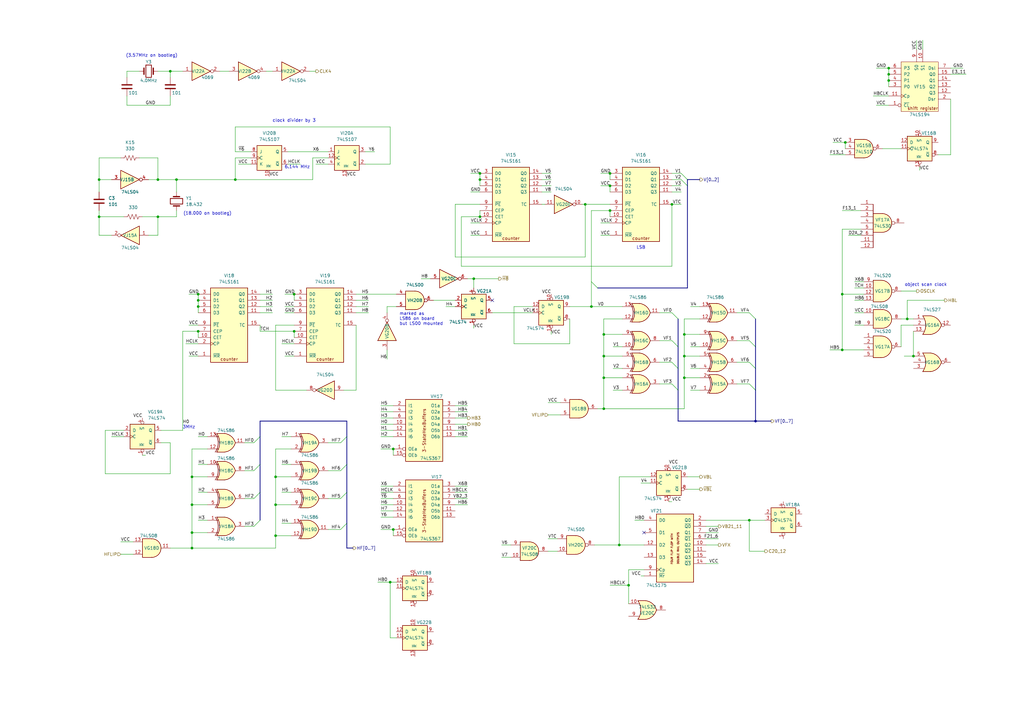
<source format=kicad_sch>
(kicad_sch (version 20231120) (generator "eeschema") (generator_version "8.0")
  (paper "A3")
  (title_block (title "Video Timing") (date "2024-10-12") (company "JOTEGO") (comment 1 "Jose Tejada"))
  (junction (at 247.65 137.16))
  (junction (at 40.64 88.9))
  (junction (at 120.65 120.65))
  (junction (at 242.57 125.73))
  (junction (at 69.85 29.21))
  (junction (at 364.49 33.02))
  (junction (at 257.81 240.03))
  (junction (at 120.65 135.89))
  (junction (at 364.49 27.94))
  (junction (at 280.67 146.05))
  (junction (at 247.65 154.94))
  (junction (at 72.39 73.66))
  (junction (at 372.11 130.81))
  (junction (at 346.71 58.42))
  (junction (at 309.88 172.72))
  (junction (at 196.85 88.9))
  (junction (at 78.74 195.58))
  (junction (at 64.77 88.9))
  (junction (at 96.52 73.66))
  (junction (at 161.29 217.17))
  (junction (at 345.44 120.65))
  (junction (at 64.77 73.66))
  (junction (at 364.49 30.48))
  (junction (at 78.74 218.44))
  (junction (at 250.19 76.2))
  (junction (at 280.67 154.94))
  (junction (at 247.65 167.64))
  (junction (at 113.03 195.58))
  (junction (at 247.65 146.05))
  (junction (at 78.74 207.01))
  (junction (at 275.59 83.82))
  (junction (at 160.02 238.76))
  (junction (at 307.34 213.36))
  (junction (at 254 223.52))
  (junction (at 78.74 224.79))
  (junction (at 345.44 143.51))
  (junction (at 113.03 219.71))
  (junction (at 194.31 114.3))
  (junction (at 196.85 73.66))
  (junction (at 81.28 125.73))
  (junction (at 81.28 123.19))
  (junction (at 374.65 146.05))
  (junction (at 280.67 137.16))
  (junction (at 250.19 71.12))
  (junction (at 161.29 184.15))
  (junction (at 196.85 71.12))
  (junction (at 40.64 73.66))
  (junction (at 81.28 120.65))
  (junction (at 113.03 207.01))
  (junction (at 250.19 86.36))
  (junction (at 81.28 135.89))
  (junction (at 240.03 83.82))
  (no_connect (at 201.93 123.19))
  (no_connect (at 264.16 218.44))
  (bus_entry (at 139.7 181.61) (size 2.54 -2.54))
  (bus_entry (at 139.7 204.47) (size 2.54 -2.54))
  (bus_entry (at 275.59 139.7) (size 2.54 2.54))
  (bus_entry (at 242.57 115.57) (size 2.54 2.54))
  (bus_entry (at 307.34 157.48) (size 2.54 2.54))
  (bus_entry (at 139.7 217.17) (size 2.54 -2.54))
  (bus_entry (at 275.59 148.59) (size 2.54 2.54))
  (bus_entry (at 307.34 139.7) (size 2.54 2.54))
  (bus_entry (at 104.14 193.04) (size 2.54 -2.54))
  (bus_entry (at 104.14 215.9) (size 2.54 -2.54))
  (bus_entry (at 275.59 157.48) (size 2.54 2.54))
  (bus_entry (at 139.7 193.04) (size 2.54 -2.54))
  (bus_entry (at 275.59 128.27) (size 2.54 2.54))
  (bus_entry (at 279.4 73.66) (size 2.54 2.54))
  (bus_entry (at 307.34 148.59) (size 2.54 2.54))
  (bus_entry (at 307.34 128.27) (size 2.54 2.54))
  (bus_entry (at 104.14 181.61) (size 2.54 -2.54))
  (bus_entry (at 104.14 204.47) (size 2.54 -2.54))
  (bus_entry (at 279.4 71.12) (size 2.54 2.54))
  (wire (pts (xy 160.02 261.62) (xy 162.56 261.62)))
  (wire (pts (xy 240.03 105.41) (xy 186.69 105.41)))
  (bus (pts (xy 278.13 130.81) (xy 278.13 142.24)))
  (wire (pts (xy 262.89 198.12) (xy 266.7 198.12)))
  (wire (pts (xy 134.62 64.77) (xy 128.27 64.77)))
  (wire (pts (xy 345.44 93.98) (xy 353.06 93.98)))
  (wire (pts (xy 257.81 233.68) (xy 257.81 240.03)))
  (wire (pts (xy 377.19 69.85) (xy 377.19 68.58)))
  (wire (pts (xy 96.52 64.77) (xy 96.52 73.66)))
  (wire (pts (xy 280.67 137.16) (xy 280.67 130.81)))
  (wire (pts (xy 40.64 86.36) (xy 40.64 88.9)))
  (wire (pts (xy 275.59 71.12) (xy 279.4 71.12)))
  (wire (pts (xy 281.94 200.66) (xy 287.02 200.66)))
  (wire (pts (xy 233.68 140.97) (xy 233.68 130.81)))
  (wire (pts (xy 43.18 194.31) (xy 69.85 194.31)))
  (wire (pts (xy 102.87 64.77) (xy 96.52 64.77)))
  (wire (pts (xy 186.69 105.41) (xy 186.69 83.82)))
  (wire (pts (xy 345.44 143.51) (xy 354.33 143.51)))
  (wire (pts (xy 156.21 184.15) (xy 161.29 184.15)))
  (wire (pts (xy 350.52 128.27) (xy 354.33 128.27)))
  (wire (pts (xy 307.34 213.36) (xy 313.69 213.36)))
  (wire (pts (xy 116.84 120.65) (xy 120.65 120.65)))
  (wire (pts (xy 378.46 16.51) (xy 378.46 20.32)))
  (wire (pts (xy 242.57 86.36) (xy 242.57 115.57)))
  (bus (pts (xy 106.68 190.5) (xy 106.68 179.07)))
  (wire (pts (xy 106.68 128.27) (xy 111.76 128.27)))
  (wire (pts (xy 345.44 86.36) (xy 353.06 86.36)))
  (wire (pts (xy 156.21 199.39) (xy 161.29 199.39)))
  (wire (pts (xy 222.25 78.74) (xy 226.06 78.74)))
  (wire (pts (xy 156.21 204.47) (xy 161.29 204.47)))
  (wire (pts (xy 134.62 217.17) (xy 139.7 217.17)))
  (wire (pts (xy 156.21 207.01) (xy 161.29 207.01)))
  (wire (pts (xy 247.65 137.16) (xy 247.65 146.05)))
  (wire (pts (xy 270.51 128.27) (xy 275.59 128.27)))
  (wire (pts (xy 186.69 83.82) (xy 196.85 83.82)))
  (wire (pts (xy 149.86 62.23) (xy 153.67 62.23)))
  (wire (pts (xy 250.19 71.12) (xy 250.19 73.66)))
  (wire (pts (xy 146.05 120.65) (xy 162.56 120.65)))
  (wire (pts (xy 177.8 123.19) (xy 186.69 123.19)))
  (wire (pts (xy 224.79 170.18) (xy 229.87 170.18)))
  (wire (pts (xy 69.85 29.21) (xy 74.93 29.21)))
  (wire (pts (xy 372.11 123.19) (xy 387.35 123.19)))
  (wire (pts (xy 205.74 228.6) (xy 209.55 228.6)))
  (wire (pts (xy 189.23 88.9) (xy 196.85 88.9)))
  (wire (pts (xy 96.52 62.23) (xy 102.87 62.23)))
  (wire (pts (xy 275.59 76.2) (xy 279.4 76.2)))
  (wire (pts (xy 350.52 133.35) (xy 354.33 133.35)))
  (wire (pts (xy 281.94 195.58) (xy 287.02 195.58)))
  (wire (pts (xy 81.28 120.65) (xy 81.28 123.19)))
  (wire (pts (xy 115.57 190.5) (xy 119.38 190.5)))
  (wire (pts (xy 275.59 73.66) (xy 279.4 73.66)))
  (wire (pts (xy 78.74 207.01) (xy 78.74 218.44)))
  (wire (pts (xy 389.89 40.64) (xy 389.89 63.5)))
  (wire (pts (xy 45.72 179.07) (xy 50.8 179.07)))
  (wire (pts (xy 134.62 193.04) (xy 139.7 193.04)))
  (bus (pts (xy 309.88 130.81) (xy 309.88 142.24)))
  (wire (pts (xy 359.41 27.94) (xy 364.49 27.94)))
  (wire (pts (xy 347.98 96.52) (xy 353.06 96.52)))
  (wire (pts (xy 58.42 88.9) (xy 64.77 88.9)))
  (wire (pts (xy 115.57 140.97) (xy 120.65 140.97)))
  (wire (pts (xy 60.96 73.66) (xy 64.77 73.66)))
  (wire (pts (xy 247.65 154.94) (xy 255.27 154.94)))
  (wire (pts (xy 118.11 67.31) (xy 123.19 67.31)))
  (wire (pts (xy 196.85 73.66) (xy 196.85 76.2)))
  (wire (pts (xy 78.74 224.79) (xy 113.03 224.79)))
  (wire (pts (xy 364.49 35.56) (xy 364.49 33.02)))
  (wire (pts (xy 302.26 148.59) (xy 307.34 148.59)))
  (wire (pts (xy 156.21 171.45) (xy 161.29 171.45)))
  (bus (pts (xy 309.88 151.13) (xy 309.88 160.02)))
  (bus (pts (xy 142.24 172.72) (xy 142.24 179.07)))
  (wire (pts (xy 81.28 123.19) (xy 81.28 125.73)))
  (wire (pts (xy 113.03 219.71) (xy 119.38 219.71)))
  (wire (pts (xy 156.21 212.09) (xy 161.29 212.09)))
  (wire (pts (xy 59.69 186.69) (xy 58.42 186.69)))
  (wire (pts (xy 260.35 213.36) (xy 264.16 213.36)))
  (wire (pts (xy 222.25 76.2) (xy 226.06 76.2)))
  (wire (pts (xy 156.21 166.37) (xy 161.29 166.37)))
  (wire (pts (xy 186.69 171.45) (xy 191.77 171.45)))
  (wire (pts (xy 186.69 207.01) (xy 191.77 207.01)))
  (wire (pts (xy 242.57 125.73) (xy 255.27 125.73)))
  (wire (pts (xy 72.39 73.66) (xy 96.52 73.66)))
  (wire (pts (xy 250.19 240.03) (xy 257.81 240.03)))
  (wire (pts (xy 113.03 133.35) (xy 113.03 160.02)))
  (wire (pts (xy 189.23 109.22) (xy 189.23 88.9)))
  (wire (pts (xy 193.04 91.44) (xy 196.85 91.44)))
  (wire (pts (xy 156.21 176.53) (xy 161.29 176.53)))
  (wire (pts (xy 240.03 83.82) (xy 240.03 105.41)))
  (wire (pts (xy 194.31 134.62) (xy 194.31 133.35)))
  (wire (pts (xy 247.65 130.81) (xy 247.65 137.16)))
  (wire (pts (xy 156.21 173.99) (xy 161.29 173.99)))
  (wire (pts (xy 340.36 63.5) (xy 346.71 63.5)))
  (wire (pts (xy 158.75 125.73) (xy 162.56 125.73)))
  (wire (pts (xy 113.03 160.02) (xy 125.73 160.02)))
  (wire (pts (xy 160.02 238.76) (xy 162.56 238.76)))
  (wire (pts (xy 270.51 148.59) (xy 275.59 148.59)))
  (wire (pts (xy 186.69 168.91) (xy 191.77 168.91)))
  (wire (pts (xy 81.28 179.07) (xy 85.09 179.07)))
  (wire (pts (xy 246.38 76.2) (xy 250.19 76.2)))
  (wire (pts (xy 275.59 109.22) (xy 189.23 109.22)))
  (wire (pts (xy 246.38 91.44) (xy 250.19 91.44)))
  (wire (pts (xy 72.39 73.66) (xy 72.39 78.74)))
  (wire (pts (xy 81.28 135.89) (xy 74.93 135.89)))
  (wire (pts (xy 146.05 133.35) (xy 146.05 160.02)))
  (wire (pts (xy 81.28 201.93) (xy 85.09 201.93)))
  (wire (pts (xy 257.81 233.68) (xy 264.16 233.68)))
  (wire (pts (xy 40.64 88.9) (xy 50.8 88.9)))
  (wire (pts (xy 350.52 118.11) (xy 354.33 118.11)))
  (wire (pts (xy 280.67 154.94) (xy 280.67 146.05)))
  (wire (pts (xy 115.57 214.63) (xy 119.38 214.63)))
  (wire (pts (xy 100.33 193.04) (xy 104.14 193.04)))
  (wire (pts (xy 120.65 135.89) (xy 120.65 138.43)))
  (wire (pts (xy 280.67 167.64) (xy 280.67 154.94)))
  (wire (pts (xy 69.85 43.18) (xy 69.85 39.37)))
  (wire (pts (xy 40.64 73.66) (xy 45.72 73.66)))
  (wire (pts (xy 374.65 133.35) (xy 369.57 133.35)))
  (wire (pts (xy 113.03 184.15) (xy 113.03 195.58)))
  (wire (pts (xy 372.11 130.81) (xy 372.11 123.19)))
  (wire (pts (xy 116.84 146.05) (xy 120.65 146.05)))
  (wire (pts (xy 370.84 146.05) (xy 374.65 146.05)))
  (wire (pts (xy 81.28 213.36) (xy 85.09 213.36)))
  (wire (pts (xy 115.57 201.93) (xy 119.38 201.93)))
  (wire (pts (xy 69.85 29.21) (xy 69.85 31.75)))
  (wire (pts (xy 224.79 226.06) (xy 228.6 226.06)))
  (wire (pts (xy 283.21 151.13) (xy 287.02 151.13)))
  (wire (pts (xy 120.65 133.35) (xy 113.03 133.35)))
  (wire (pts (xy 250.19 86.36) (xy 250.19 88.9)))
  (wire (pts (xy 194.31 114.3) (xy 191.77 114.3)))
  (wire (pts (xy 289.56 213.36) (xy 307.34 213.36)))
  (wire (pts (xy 134.62 181.61) (xy 139.7 181.61)))
  (wire (pts (xy 85.09 184.15) (xy 78.74 184.15)))
  (wire (pts (xy 160.02 67.31) (xy 160.02 52.07)))
  (wire (pts (xy 43.18 176.53) (xy 43.18 194.31)))
  (wire (pts (xy 251.46 160.02) (xy 255.27 160.02)))
  (wire (pts (xy 109.22 29.21) (xy 111.76 29.21)))
  (wire (pts (xy 193.04 96.52) (xy 196.85 96.52)))
  (wire (pts (xy 106.68 123.19) (xy 111.76 123.19)))
  (wire (pts (xy 52.07 31.75) (xy 52.07 29.21)))
  (wire (pts (xy 289.56 220.98) (xy 294.64 220.98)))
  (bus (pts (xy 106.68 179.07) (xy 106.68 172.72)))
  (wire (pts (xy 128.27 64.77) (xy 128.27 73.66)))
  (wire (pts (xy 118.11 62.23) (xy 134.62 62.23)))
  (wire (pts (xy 275.59 83.82) (xy 279.4 83.82)))
  (wire (pts (xy 64.77 73.66) (xy 72.39 73.66)))
  (wire (pts (xy 146.05 128.27) (xy 151.13 128.27)))
  (wire (pts (xy 127 29.21) (xy 129.54 29.21)))
  (wire (pts (xy 350.52 115.57) (xy 354.33 115.57)))
  (wire (pts (xy 77.47 133.35) (xy 81.28 133.35)))
  (wire (pts (xy 161.29 186.69) (xy 161.29 184.15)))
  (bus (pts (xy 142.24 201.93) (xy 142.24 214.63)))
  (wire (pts (xy 369.57 130.81) (xy 372.11 130.81)))
  (wire (pts (xy 369.57 119.38) (xy 375.92 119.38)))
  (wire (pts (xy 205.74 223.52) (xy 209.55 223.52)))
  (wire (pts (xy 149.86 67.31) (xy 160.02 67.31)))
  (wire (pts (xy 161.29 219.71) (xy 161.29 217.17)))
  (wire (pts (xy 294.64 231.14) (xy 289.56 231.14)))
  (wire (pts (xy 289.56 223.52) (xy 294.64 223.52)))
  (wire (pts (xy 50.8 176.53) (xy 43.18 176.53)))
  (wire (pts (xy 307.34 226.06) (xy 307.34 213.36)))
  (wire (pts (xy 345.44 93.98) (xy 345.44 120.65)))
  (wire (pts (xy 275.59 78.74) (xy 279.4 78.74)))
  (wire (pts (xy 186.69 179.07) (xy 191.77 179.07)))
  (wire (pts (xy 100.33 181.61) (xy 104.14 181.61)))
  (wire (pts (xy 246.38 96.52) (xy 250.19 96.52)))
  (wire (pts (xy 354.33 120.65) (xy 345.44 120.65)))
  (wire (pts (xy 100.33 204.47) (xy 104.14 204.47)))
  (wire (pts (xy 218.44 125.73) (xy 210.82 125.73)))
  (wire (pts (xy 186.69 201.93) (xy 191.77 201.93)))
  (wire (pts (xy 158.75 143.51) (xy 158.75 147.32)))
  (wire (pts (xy 156.21 201.93) (xy 161.29 201.93)))
  (wire (pts (xy 52.07 29.21) (xy 57.15 29.21)))
  (wire (pts (xy 222.25 73.66) (xy 226.06 73.66)))
  (wire (pts (xy 96.52 52.07) (xy 96.52 62.23)))
  (wire (pts (xy 275.59 205.74) (xy 274.32 205.74)))
  (wire (pts (xy 275.59 83.82) (xy 275.59 109.22)))
  (wire (pts (xy 270.51 139.7) (xy 275.59 139.7)))
  (wire (pts (xy 156.21 179.07) (xy 161.29 179.07)))
  (wire (pts (xy 40.64 96.52) (xy 45.72 96.52)))
  (wire (pts (xy 66.04 176.53) (xy 74.93 176.53)))
  (wire (pts (xy 182.88 125.73) (xy 186.69 125.73)))
  (wire (pts (xy 341.63 58.42) (xy 346.71 58.42)))
  (wire (pts (xy 76.2 140.97) (xy 81.28 140.97)))
  (wire (pts (xy 369.57 133.35) (xy 369.57 142.24)))
  (wire (pts (xy 81.28 190.5) (xy 85.09 190.5)))
  (wire (pts (xy 201.93 128.27) (xy 218.44 128.27)))
  (wire (pts (xy 81.28 125.73) (xy 81.28 128.27)))
  (wire (pts (xy 266.7 195.58) (xy 254 195.58)))
  (wire (pts (xy 40.64 88.9) (xy 40.64 96.52)))
  (wire (pts (xy 210.82 140.97) (xy 233.68 140.97)))
  (wire (pts (xy 69.85 194.31) (xy 69.85 181.61)))
  (wire (pts (xy 90.17 29.21) (xy 93.98 29.21)))
  (wire (pts (xy 74.93 135.89) (xy 74.93 176.53)))
  (wire (pts (xy 257.81 240.03) (xy 257.81 247.65)))
  (wire (pts (xy 78.74 184.15) (xy 78.74 195.58)))
  (wire (pts (xy 113.03 219.71) (xy 113.03 224.79)))
  (wire (pts (xy 280.67 130.81) (xy 287.02 130.81)))
  (wire (pts (xy 96.52 73.66) (xy 128.27 73.66)))
  (wire (pts (xy 69.85 181.61) (xy 66.04 181.61)))
  (wire (pts (xy 302.26 139.7) (xy 307.34 139.7)))
  (wire (pts (xy 210.82 125.73) (xy 210.82 140.97)))
  (wire (pts (xy 77.47 146.05) (xy 81.28 146.05)))
  (wire (pts (xy 113.03 195.58) (xy 119.38 195.58)))
  (wire (pts (xy 270.51 157.48) (xy 275.59 157.48)))
  (wire (pts (xy 313.69 226.06) (xy 307.34 226.06)))
  (wire (pts (xy 134.62 67.31) (xy 129.54 67.31)))
  (wire (pts (xy 186.69 173.99) (xy 191.77 173.99)))
  (bus (pts (xy 142.24 224.79) (xy 144.78 224.79)))
  (wire (pts (xy 156.21 168.91) (xy 161.29 168.91)))
  (wire (pts (xy 100.33 215.9) (xy 104.14 215.9)))
  (wire (pts (xy 250.19 86.36) (xy 242.57 86.36)))
  (bus (pts (xy 278.13 151.13) (xy 278.13 160.02)))
  (wire (pts (xy 78.74 195.58) (xy 78.74 207.01)))
  (wire (pts (xy 40.64 64.77) (xy 40.64 73.66)))
  (wire (pts (xy 113.03 207.01) (xy 113.03 219.71)))
  (wire (pts (xy 146.05 125.73) (xy 151.13 125.73)))
  (wire (pts (xy 160.02 238.76) (xy 160.02 261.62)))
  (wire (pts (xy 57.15 64.77) (xy 64.77 64.77)))
  (wire (pts (xy 186.69 199.39) (xy 191.77 199.39)))
  (bus (pts (xy 278.13 172.72) (xy 309.88 172.72)))
  (wire (pts (xy 294.64 218.44) (xy 289.56 218.44)))
  (wire (pts (xy 40.64 73.66) (xy 40.64 78.74)))
  (wire (pts (xy 364.49 30.48) (xy 364.49 27.94)))
  (wire (pts (xy 222.25 83.82) (xy 223.52 83.82)))
  (bus (pts (xy 309.88 160.02) (xy 309.88 172.72)))
  (wire (pts (xy 64.77 88.9) (xy 72.39 88.9)))
  (wire (pts (xy 246.38 71.12) (xy 250.19 71.12)))
  (wire (pts (xy 350.52 123.19) (xy 354.33 123.19)))
  (bus (pts (xy 281.94 76.2) (xy 281.94 73.66)))
  (wire (pts (xy 156.21 217.17) (xy 161.29 217.17)))
  (bus (pts (xy 106.68 201.93) (xy 106.68 190.5)))
  (wire (pts (xy 158.75 128.27) (xy 158.75 125.73)))
  (wire (pts (xy 247.65 167.64) (xy 280.67 167.64)))
  (wire (pts (xy 160.02 52.07) (xy 96.52 52.07)))
  (wire (pts (xy 247.65 146.05) (xy 247.65 154.94)))
  (bus (pts (xy 281.94 73.66) (xy 287.02 73.66)))
  (wire (pts (xy 49.53 64.77) (xy 40.64 64.77)))
  (wire (pts (xy 60.96 96.52) (xy 64.77 96.52)))
  (wire (pts (xy 247.65 167.64) (xy 245.11 167.64)))
  (wire (pts (xy 262.89 236.22) (xy 264.16 236.22)))
  (wire (pts (xy 52.07 39.37) (xy 52.07 43.18)))
  (wire (pts (xy 224.79 220.98) (xy 228.6 220.98)))
  (bus (pts (xy 106.68 172.72) (xy 142.24 172.72)))
  (wire (pts (xy 134.62 204.47) (xy 139.7 204.47)))
  (wire (pts (xy 302.26 128.27) (xy 307.34 128.27)))
  (bus (pts (xy 142.24 190.5) (xy 142.24 201.93)))
  (wire (pts (xy 115.57 179.07) (xy 119.38 179.07)))
  (wire (pts (xy 78.74 207.01) (xy 85.09 207.01)))
  (wire (pts (xy 69.85 224.79) (xy 78.74 224.79)))
  (wire (pts (xy 251.46 151.13) (xy 255.27 151.13)))
  (wire (pts (xy 186.69 166.37) (xy 191.77 166.37)))
  (wire (pts (xy 222.25 71.12) (xy 226.06 71.12)))
  (wire (pts (xy 106.68 120.65) (xy 111.76 120.65)))
  (wire (pts (xy 146.05 160.02) (xy 140.97 160.02)))
  (wire (pts (xy 359.41 43.18) (xy 364.49 43.18)))
  (wire (pts (xy 280.67 154.94) (xy 287.02 154.94)))
  (wire (pts (xy 81.28 135.89) (xy 81.28 138.43)))
  (bus (pts (xy 142.24 214.63) (xy 142.24 224.79)))
  (wire (pts (xy 119.38 207.01) (xy 113.03 207.01)))
  (wire (pts (xy 193.04 78.74) (xy 196.85 78.74)))
  (wire (pts (xy 243.84 223.52) (xy 254 223.52)))
  (wire (pts (xy 224.79 165.1) (xy 229.87 165.1)))
  (wire (pts (xy 389.89 30.48) (xy 396.24 30.48)))
  (bus (pts (xy 281.94 118.11) (xy 281.94 76.2)))
  (wire (pts (xy 280.67 146.05) (xy 287.02 146.05)))
  (wire (pts (xy 106.68 135.89) (xy 120.65 135.89)))
  (wire (pts (xy 196.85 86.36) (xy 196.85 88.9)))
  (wire (pts (xy 340.36 143.51) (xy 345.44 143.51)))
  (wire (pts (xy 226.06 137.16) (xy 226.06 135.89)))
  (wire (pts (xy 247.65 146.05) (xy 255.27 146.05)))
  (wire (pts (xy 361.95 60.96) (xy 369.57 60.96)))
  (wire (pts (xy 254 195.58) (xy 254 223.52)))
  (wire (pts (xy 49.53 227.33) (xy 54.61 227.33)))
  (wire (pts (xy 194.31 114.3) (xy 204.47 114.3)))
  (wire (pts (xy 280.67 146.05) (xy 280.67 137.16)))
  (wire (pts (xy 238.76 83.82) (xy 240.03 83.82)))
  (wire (pts (xy 64.77 29.21) (xy 69.85 29.21)))
  (wire (pts (xy 346.71 60.96) (xy 346.71 58.42)))
  (wire (pts (xy 289.56 215.9) (xy 294.64 215.9)))
  (wire (pts (xy 196.85 71.12) (xy 196.85 73.66)))
  (wire (pts (xy 283.21 125.73) (xy 287.02 125.73)))
  (wire (pts (xy 146.05 123.19) (xy 151.13 123.19)))
  (wire (pts (xy 345.44 120.65) (xy 345.44 143.51)))
  (wire (pts (xy 233.68 125.73) (xy 242.57 125.73)))
  (wire (pts (xy 64.77 64.77) (xy 64.77 73.66)))
  (wire (pts (xy 358.14 39.37) (xy 364.49 39.37)))
  (wire (pts (xy 52.07 43.18) (xy 69.85 43.18)))
  (wire (pts (xy 78.74 218.44) (xy 78.74 224.79)))
  (bus (pts (xy 278.13 142.24) (xy 278.13 151.13)))
  (wire (pts (xy 102.87 67.31) (xy 97.79 67.31)))
  (wire (pts (xy 72.39 86.36) (xy 72.39 88.9)))
  (wire (pts (xy 250.19 76.2) (xy 250.19 78.74)))
  (bus (pts (xy 142.24 179.07) (xy 142.24 190.5)))
  (wire (pts (xy 251.46 142.24) (xy 255.27 142.24)))
  (bus (pts (xy 309.88 142.24) (xy 309.88 151.13)))
  (bus (pts (xy 309.88 172.72) (xy 316.23 172.72)))
  (wire (pts (xy 116.84 128.27) (xy 120.65 128.27)))
  (wire (pts (xy 176.53 114.3) (xy 172.72 114.3)))
  (wire (pts (xy 154.94 238.76) (xy 160.02 238.76)))
  (wire (pts (xy 255.27 130.81) (xy 247.65 130.81)))
  (wire (pts (xy 78.74 195.58) (xy 85.09 195.58)))
  (bus (pts (xy 106.68 213.36) (xy 106.68 201.93)))
  (wire (pts (xy 113.03 195.58) (xy 113.03 207.01)))
  (wire (pts (xy 106.68 125.73) (xy 111.76 125.73)))
  (wire (pts (xy 247.65 167.64) (xy 247.65 154.94)))
  (wire (pts (xy 186.69 204.47) (xy 191.77 204.47)))
  (wire (pts (xy 283.21 160.02) (xy 287.02 160.02)))
  (wire (pts (xy 254 223.52) (xy 264.16 223.52)))
  (wire (pts (xy 240.03 83.82) (xy 250.19 83.82)))
  (wire (pts (xy 186.69 176.53) (xy 191.77 176.53)))
  (wire (pts (xy 116.84 125.73) (xy 120.65 125.73)))
  (wire (pts (xy 194.31 118.11) (xy 194.31 114.3)))
  (wire (pts (xy 375.92 16.51) (xy 375.92 20.32)))
  (wire (pts (xy 372.11 130.81) (xy 374.65 130.81)))
  (wire (pts (xy 106.68 133.35) (xy 106.68 135.89)))
  (wire (pts (xy 283.21 142.24) (xy 287.02 142.24)))
  (wire (pts (xy 120.65 120.65) (xy 120.65 123.19)))
  (bus (pts (xy 278.13 160.02) (xy 278.13 172.72)))
  (wire (pts (xy 156.21 209.55) (xy 161.29 209.55)))
  (wire (pts (xy 77.47 120.65) (xy 81.28 120.65)))
  (wire (pts (xy 242.57 115.57) (xy 242.57 125.73)))
  (bus (pts (xy 245.11 118.11) (xy 281.94 118.11)))
  (wire (pts (xy 394.97 27.94) (xy 389.89 27.94)))
  (wire (pts (xy 374.65 135.89) (xy 374.65 146.05)))
  (wire (pts (xy 302.26 157.48) (xy 307.34 157.48)))
  (wire (pts (xy 78.74 218.44) (xy 85.09 218.44)))
  (wire (pts (xy 247.65 137.16) (xy 255.27 137.16)))
  (wire (pts (xy 49.53 222.25) (xy 54.61 222.25)))
  (wire (pts (xy 364.49 33.02) (xy 364.49 30.48)))
  (wire (pts (xy 389.89 63.5) (xy 384.81 63.5)))
  (wire (pts (xy 64.77 88.9) (xy 64.77 96.52)))
  (wire (pts (xy 119.38 184.15) (xy 113.03 184.15)))
  (wire (pts (xy 193.04 71.12) (xy 196.85 71.12)))
  (wire (pts (xy 280.67 137.16) (xy 287.02 137.16)))
  (text "(3.57MHz on bootleg)" (at 62.23 22.86 0) (effects (font (size 1.27 1.27))))
  (text "marked as \nLS86 on board\nbut LS00 mounted" (at 163.83 130.81 0) (effects (font (size 1.27 1.27)) (justify left)))
  (text "3MHz\n" (at 77.47 175.26 0) (effects (font (size 1.27 1.27))))
  (text "clock divider by 3" (at 120.65 49.53 0) (effects (font (size 1.27 1.27))))
  (text "6.144 MHz" (at 121.92 68.58 0) (effects (font (size 1.27 1.27))))
  (text "LSB\n" (at 262.89 101.6 0) (effects (font (size 1.27 1.27))))
  (text "object scan clock" (at 379.73 116.84 0) (effects (font (size 1.27 1.27))))
  (text "(18.000 on bootleg)" (at 85.09 87.63 0) (effects (font (size 1.27 1.27))))
  (label "H1" (at 81.28 190.5 0))
  (label "H0" (at 74.93 173.99 0))
  (label "HCLK" (at 76.2 140.97 0))
  (label "GND" (at 59.69 43.18 0))
  (label "V6" (at 226.06 73.66 180))
  (label "F13_1" (at 345.44 86.36 0))
  (label "GND" (at 193.04 78.74 0))
  (label "VF6" (at 307.34 148.59 180))
  (label "HCLK" (at 45.72 179.07 0))
  (label "H0" (at 156.21 173.99 0))
  (label "HB1" (at 191.77 176.53 180))
  (label "~{Y6}" (at 156.21 204.47 0))
  (label "V7" (at 283.21 160.02 0))
  (label "VCC" (at 377.19 69.85 0))
  (label "HB5" (at 191.77 166.37 180))
  (label "VCC" (at 58.42 171.45 180))
  (label "VCC" (at 226.06 137.16 0))
  (label "GND" (at 116.84 128.27 0))
  (label "VCLK" (at 193.04 91.44 0))
  (label "VF3" (at 275.59 157.48 180))
  (label "VF2" (at 275.59 148.59 180))
  (label "V6" (at 283.21 151.13 0))
  (label "V7" (at 205.74 228.6 0))
  (label "VCC" (at 49.53 222.25 0))
  (label "~{Y6}" (at 97.79 62.23 0))
  (label "HF0" (at 104.14 181.61 180))
  (label "VB2_3" (at 191.77 204.47 180))
  (label "H3" (at 156.21 171.45 0))
  (label "TCH" (at 106.68 135.89 0))
  (label "H8" (at 350.52 133.35 0))
  (label "VCC" (at 246.38 76.2 0))
  (label "HF4" (at 139.7 217.17 180))
  (label "V3" (at 251.46 160.02 0))
  (label "VCC" (at 246.38 96.52 0))
  (label "VCC" (at 375.92 16.51 270))
  (label "HCLK" (at 123.19 67.31 180))
  (label "VCC" (at 294.64 231.14 180))
  (label "X6" (at 128.27 62.23 0))
  (label "H6" (at 151.13 123.19 180))
  (label "V4" (at 262.89 198.12 0))
  (label "H4" (at 182.88 125.73 0))
  (label "VTC" (at 224.79 220.98 0))
  (label "E3_11" (at 396.24 30.48 180))
  (label "HB0" (at 260.35 213.36 0))
  (label "HB5" (at 340.36 143.51 0))
  (label "GND" (at 116.84 120.65 0))
  (label "HBCLK" (at 191.77 201.93 180))
  (label "H0" (at 81.28 179.07 0))
  (label "V7" (at 226.06 76.2 180))
  (label "VCC" (at 77.47 146.05 0))
  (label "H1" (at 156.21 176.53 0))
  (label "V1" (at 251.46 142.24 0))
  (label "VCC" (at 226.06 120.65 180))
  (label "VCC" (at 224.79 165.1 0))
  (label "VCLK" (at 214.63 128.27 0))
  (label "V4" (at 279.4 78.74 180))
  (label "GND" (at 156.21 184.15 0))
  (label "VCC" (at 142.24 72.39 0))
  (label "HCLK" (at 156.21 201.93 0))
  (label "V5" (at 226.06 71.12 180))
  (label "H5" (at 156.21 166.37 0))
  (label "VCC" (at 116.84 146.05 0))
  (label "TCH" (at 350.52 118.11 0))
  (label "HB0" (at 154.94 238.76 0))
  (label "H7" (at 156.21 209.55 0))
  (label "HBCLK" (at 358.14 39.37 0))
  (label "H2" (at 156.21 179.07 0))
  (label "H5" (at 115.57 201.93 0))
  (label "H6" (at 158.75 147.32 180))
  (label "HB3" (at 191.77 171.45 180))
  (label "VTC" (at 279.4 83.82 180))
  (label "VF1" (at 275.59 139.7 180))
  (label "VF4" (at 307.34 128.27 180))
  (label "H4" (at 115.57 214.63 0))
  (label "VCC" (at 97.79 67.31 0))
  (label "H4" (at 156.21 168.91 0))
  (label "H6" (at 156.21 207.01 0))
  (label "HF2" (at 104.14 204.47 180))
  (label "H7" (at 151.13 125.73 180))
  (label "VCC" (at 341.63 58.42 0))
  (label "VCC" (at 194.31 134.62 0))
  (label "VCC" (at 129.54 67.31 0))
  (label "VCC" (at 262.89 236.22 180))
  (label "V2" (at 279.4 73.66 180))
  (label "V8" (at 226.06 78.74 180))
  (label "V2" (at 251.46 151.13 0))
  (label "VCC" (at 350.52 128.27 0))
  (label "V4" (at 283.21 125.73 0))
  (label "VCC" (at 59.69 186.69 0))
  (label "Y6" (at 156.21 212.09 0))
  (label "H8" (at 151.13 128.27 180))
  (label "X6" (at 156.21 199.39 0))
  (label "HB2" (at 191.77 179.07 180))
  (label "VCC" (at 116.84 125.73 0))
  (label "HB6" (at 350.52 123.19 0))
  (label "GND" (at 394.97 27.94 180))
  (label "H1" (at 111.76 120.65 180))
  (label "F13_1" (at 340.36 63.5 0))
  (label "H5" (at 151.13 120.65 180))
  (label "VCC" (at 274.32 190.5 0))
  (label "HB4" (at 191.77 168.91 180))
  (label "H2" (at 81.28 201.93 0))
  (label "VCC" (at 110.49 72.39 0))
  (label "H3" (at 111.76 125.73 180))
  (label "VF0" (at 275.59 128.27 180))
  (label "VCC" (at 275.59 205.74 0))
  (label "H6" (at 115.57 190.5 0))
  (label "VCLK" (at 246.38 91.44 0))
  (label "GND" (at 359.41 27.94 0))
  (label "VCC" (at 193.04 71.12 0))
  (label "X6B" (at 191.77 199.39 180))
  (label "VCC" (at 359.41 43.18 0))
  (label "GND" (at 294.64 218.44 180))
  (label "GND" (at 156.21 217.17 0))
  (label "V0" (at 247.65 125.73 180))
  (label "VCC" (at 193.04 96.52 0))
  (label "D2A_2" (at 347.98 96.52 0))
  (label "HCLK" (at 115.57 140.97 0))
  (label "GND" (at 246.38 71.12 0))
  (label "H4" (at 111.76 128.27 180))
  (label "V5" (at 283.21 142.24 0))
  (label "VCC" (at 77.47 133.35 0))
  (label "VF7" (at 307.34 157.48 180))
  (label "HB6" (at 191.77 207.01 180))
  (label "F21_6" (at 294.64 220.98 180))
  (label "VF5" (at 307.34 139.7 180))
  (label "HF3" (at 104.14 215.9 180))
  (label "V3" (at 279.4 76.2 180))
  (label "H7" (at 115.57 179.07 0))
  (label "HF5" (at 139.7 204.47 180))
  (label "HBCLK" (at 250.19 240.03 0))
  (label "V6" (at 205.74 223.52 0))
  (label "X6B" (at 350.52 115.57 0))
  (label "H8" (at 172.72 114.3 0))
  (label "H2" (at 111.76 123.19 180))
  (label "HF1" (at 104.14 193.04 180))
  (label "HF6" (at 139.7 193.04 180))
  (label "GND" (at 378.46 16.51 270))
  (label "GND" (at 77.47 120.65 0))
  (label "H3" (at 81.28 213.36 0))
  (label "V1" (at 279.4 71.12 180))
  (label "Y6" (at 153.67 62.23 180))
  (label "HF7" (at 139.7 181.61 180))
  (hierarchical_label "OSCLK" (shape output) (at 375.92 119.38 0))
  (hierarchical_label "VFLIP" (shape input) (at 224.79 170.18 180))
  (hierarchical_label "C20_12" (shape output) (at 313.69 226.06 0))
  (hierarchical_label "V[0..2]" (shape output) (at 287.02 73.66 0))
  (hierarchical_label "HB0" (shape output) (at 191.77 173.99 0))
  (hierarchical_label "~{VBL}" (shape output) (at 287.02 200.66 0))
  (hierarchical_label "VFX" (shape output) (at 294.64 223.52 0))
  (hierarchical_label "HFLIP" (shape input) (at 49.53 227.33 180))
  (hierarchical_label "VF[0..7]" (shape output) (at 316.23 172.72 0))
  (hierarchical_label "HB3" (shape output) (at 191.77 171.45 0))
  (hierarchical_label "VB21_11" (shape output) (at 294.64 215.9 0))
  (hierarchical_label "VBL" (shape output) (at 287.02 195.58 0))
  (hierarchical_label "HBL" (shape output) (at 387.35 123.19 0))
  (hierarchical_label "CLK4" (shape output) (at 129.54 29.21 0))
  (hierarchical_label "~{H8}" (shape output) (at 204.47 114.3 0))
  (hierarchical_label "HF[0..7]" (shape output) (at 144.78 224.79 0))
  (symbol (lib_name "74LS74_3") (lib_id "jt74:74LS74") (at 170.18 241.3 0) (unit 2)
    (property "Reference" "VF18" (at 173.99 234.95 0))
    (property "Value" "74LS74" (at 170.18 241.3 0))
    (property "Datasheet" "74xx/74hc_hct74.pdf" (effects (hide yes)))
    (property "Description" "Dual D Flip-flop, Set & Reset" (effects (hide yes)))
  )
  (symbol (lib_id "jt74:74LS86") (at 127 193.04 0) (unit 2)
    (property "Reference" "VH19" (at 127 193.04 0))
    (property "Value" "74LS86" (at 127 198.12 0))
    (property "Datasheet" "74xx/74ls86.pdf" (effects (hide yes)))
    (property "Description" "Quad 2-input XOR" (effects (hide yes)))
  )
  (symbol (lib_id "jt74:74LS86") (at 92.71 215.9 0) (unit 1)
    (property "Reference" "VH18" (at 92.71 215.9 0))
    (property "Value" "74LS86" (at 92.71 220.98 0))
    (property "Datasheet" "74xx/74ls86.pdf" (effects (hide yes)))
    (property "Description" "Quad 2-input XOR" (effects (hide yes)))
  )
  (symbol (lib_id "jt74:74LS08") (at 217.17 226.06 0) (unit 3)
    (property "Reference" "VF20" (at 217.17 224.79 0))
    (property "Value" "74LS08" (at 217.17 227.33 0))
    (property "Datasheet" "http://www.ti.com/lit/gpn/sn74LS08" (effects (hide yes)))
    (property "Description" "Quad And2" (effects (hide yes)))
  )
  (symbol (lib_id "jt74:74LS86") (at 92.71 204.47 0) (unit 2)
    (property "Reference" "VH18" (at 92.71 204.47 0))
    (property "Value" "74LS86" (effects (hide yes)))
    (property "Datasheet" "74xx/74ls86.pdf" (effects (hide yes)))
    (property "Description" "Quad 2-input XOR" (effects (hide yes)))
  )
  (symbol (lib_id "4xxx:4069") (at 82.55 29.21 0) (unit 1)
    (property "Reference" "VI22" (at 81.28 29.21 0))
    (property "Value" "4069" (at 85.09 31.75 0))
    (property "Datasheet" "http://www.intersil.com/content/dam/Intersil/documents/cd40/cd4069ubms.pdf" (effects (hide yes)))
    (property "Description" "Hex inverter" (effects (hide yes)))
  )
  (symbol (lib_id "jt74:74LS04") (at 53.34 96.52 180) (unit 1)
    (property "Reference" "VJ15" (at 53.34 96.52 0))
    (property "Value" "74LS04" (at 53.34 101.6 0))
    (property "Datasheet" "http://www.ti.com/lit/gpn/sn74LS04" (effects (hide yes)))
    (property "Description" "Hex Inverter" (effects (hide yes)))
  )
  (symbol (lib_id "jt74:74LS86") (at 262.89 128.27 0) (mirror x) (unit 4)
    (property "Reference" "VH16" (at 262.89 128.27 0))
    (property "Value" "74LS86" (at 261.62 121.92 0))
    (property "Datasheet" "74xx/74ls86.pdf" (effects (hide yes)))
    (property "Description" "Quad 2-input XOR" (effects (hide yes)))
  )
  (symbol (lib_id "jt74:74LS367") (at 173.99 176.53 0) (unit 1)
    (property "Reference" "VH17" (at 179.07 162.56 0))
    (property "Value" "74LS367" (at 176.53 187.96 0))
    (property "Datasheet" "https://pdf1.alldatasheet.com/datasheet-pdf/view/12653/ONSEMI/SN74LS367AN.html" (effects (hide yes)))
    (property "Description" "Hex Bus Driver 3-state outputs" (effects (hide yes)))
  )
  (symbol (lib_id "jt74:74LS86") (at 127 181.61 0) (unit 1)
    (property "Reference" "VH19" (at 127 181.61 0))
    (property "Value" "74LS86" (at 127 186.69 0))
    (property "Datasheet" "74xx/74ls86.pdf" (effects (hide yes)))
    (property "Description" "Quad 2-input XOR" (effects (hide yes)))
  )
  (symbol (lib_id "jt74:74LS86") (at 127 217.17 0) (mirror x) (unit 4)
    (property "Reference" "VH19" (at 127 217.17 0))
    (property "Value" "74LS86" (at 127 212.09 0))
    (property "Datasheet" "74xx/74ls86.pdf" (effects (hide yes)))
    (property "Description" "Quad 2-input XOR" (effects (hide yes)))
  )
  (symbol (lib_id "jt74:74LS161") (at 133.35 133.35 0) (unit 1)
    (property "Reference" "VI19" (at 133.35 113.03 0))
    (property "Value" "74LS161" (at 133.35 115.57 0))
    (property "Datasheet" "http://www.ti.com/lit/gpn/sn74LS161" (effects (hide yes)))
    (property "Description" "Synchronous 4-bit programmable binary Counter" (effects (hide yes)))
  )
  (symbol (lib_id "jt74:74LS161") (at 93.98 133.35 0) (unit 1)
    (property "Reference" "VI18" (at 93.98 113.03 0))
    (property "Value" "74LS161" (at 93.98 115.57 0))
    (property "Datasheet" "http://www.ti.com/lit/gpn/sn74LS161" (effects (hide yes)))
    (property "Description" "Synchronous 4-bit programmable binary Counter" (effects (hide yes)))
  )
  (symbol (lib_id "jt74:74LS86") (at 262.89 139.7 0) (unit 3)
    (property "Reference" "VH16" (at 262.89 139.7 0))
    (property "Value" "74LS86" (effects (hide yes)))
    (property "Datasheet" "74xx/74ls86.pdf" (effects (hide yes)))
    (property "Description" "Quad 2-input XOR" (effects (hide yes)))
  )
  (symbol (lib_id "jt74:74LS367") (at 173.99 209.55 0) (unit 1)
    (property "Reference" "VI17" (at 179.07 195.58 0))
    (property "Value" "74LS367" (at 176.53 220.98 0))
    (property "Datasheet" "https://pdf1.alldatasheet.com/datasheet-pdf/view/12653/ONSEMI/SN74LS367AN.html" (effects (hide yes)))
    (property "Description" "Hex Bus Driver 3-state outputs" (effects (hide yes)))
  )
  (symbol (lib_id "Device:Crystal") (at 72.39 82.55 90) (unit 1)
    (property "Reference" "Y1" (at 76.2 81.2799 90) (effects (justify right)))
    (property "Value" "18.432" (at 76.2 83.8199 90) (effects (justify right)))
    (property "Description" "Two pin crystal" (effects (hide yes)))
  )
  (symbol (lib_id "jt74:74LS20") (at 361.95 142.24 0) (unit 1)
    (property "Reference" "VG17" (at 361.95 142.24 0))
    (property "Value" "74LS20" (at 361.9403 135.89 0))
    (property "Datasheet" "http://www.ti.com/lit/gpn/sn74LS20" (effects (hide yes)))
    (property "Description" "Dual 4-input NAND" (effects (hide yes)))
  )
  (symbol (lib_id "jt74:74LS107") (at 142.24 64.77 0) (unit 1)
    (property "Reference" "VI20" (at 142.24 54.61 0))
    (property "Value" "74LS107" (at 142.24 57.15 0))
    (property "Datasheet" "http://www.ti.com/lit/gpn/sn74LS107" (effects (hide yes)))
    (property "Description" "Dual JK Flip-Flop, reset" (effects (hide yes)))
  )
  (symbol (lib_id "jt74:74LS08") (at 62.23 224.79 0) (mirror x) (unit 4)
    (property "Reference" "VG18" (at 62.23 224.79 0))
    (property "Value" "74LS08" (at 60.96 219.71 0))
    (property "Datasheet" "http://www.ti.com/lit/gpn/sn74LS08" (effects (hide yes)))
    (property "Description" "Quad And2" (effects (hide yes)))
  )
  (symbol (lib_id "jt74:74LS20") (at 361.95 119.38 0) (unit 2)
    (property "Reference" "VG17" (at 361.95 119.38 0))
    (property "Value" "74LS20" (at 361.9403 113.03 0))
    (property "Datasheet" "http://www.ti.com/lit/gpn/sn74LS20" (effects (hide yes)))
    (property "Description" "Dual 4-input NAND" (effects (hide yes)))
  )
  (symbol (lib_id "jt74:74LS00") (at 170.18 123.19 0) (unit 2)
    (property "Reference" "VH20" (at 170.18 123.19 0))
    (property "Value" "74LS00" (at 170.1717 116.84 0))
    (property "Datasheet" "http://www.ti.com/lit/gpn/sn74ls00" (effects (hide yes)))
    (property "Description" "quad 2-input NAND gate" (effects (hide yes)))
  )
  (symbol (lib_id "jt74:74LS04") (at 184.15 114.3 0) (unit 3)
    (property "Reference" "VG20" (at 184.15 114.3 0))
    (property "Value" "74LS04" (effects (hide yes)))
    (property "Datasheet" "http://www.ti.com/lit/gpn/sn74LS04" (effects (hide yes)))
    (property "Description" "Hex Inverter" (effects (hide yes)))
  )
  (symbol (lib_id "jt74:74LS30") (at 361.95 91.44 0) (unit 1)
    (property "Reference" "VF17" (at 361.95 90.17 0))
    (property "Value" "74LS30" (at 361.95 92.71 0))
    (property "Datasheet" "http://www.ti.com/lit/gpn/sn74LS30" (effects (hide yes)))
    (property "Description" "8-input NAND" (effects (hide yes)))
  )
  (symbol (lib_id "jt74:74LS04") (at 53.34 73.66 0) (mirror x) (unit 2)
    (property "Reference" "VJ15" (at 52.07 73.66 0))
    (property "Value" "74LS04" (at 53.34 78.74 0))
    (property "Datasheet" "http://www.ti.com/lit/gpn/sn74LS04" (effects (hide yes)))
    (property "Description" "Hex Inverter" (effects (hide yes)))
  )
  (symbol (lib_id "jt74:74LS86") (at 127 204.47 0) (mirror x) (unit 3)
    (property "Reference" "VH19" (at 127 204.47 0))
    (property "Value" "74LS86" (effects (hide yes)))
    (property "Datasheet" "74xx/74ls86.pdf" (effects (hide yes)))
    (property "Description" "Quad 2-input XOR" (effects (hide yes)))
  )
  (symbol (lib_id "jt74:74LS86") (at 294.64 139.7 0) (unit 3)
    (property "Reference" "VH15" (at 294.64 139.7 0))
    (property "Value" "74LS86" (effects (hide yes)))
    (property "Datasheet" "74xx/74ls86.pdf" (effects (hide yes)))
    (property "Description" "Quad 2-input XOR" (effects (hide yes)))
  )
  (symbol (lib_id "jt74:74LS86") (at 262.89 148.59 0) (mirror x) (unit 2)
    (property "Reference" "VH16" (at 262.89 148.59 0))
    (property "Value" "74LS86" (effects (hide yes)))
    (property "Datasheet" "74xx/74ls86.pdf" (effects (hide yes)))
    (property "Description" "Quad 2-input XOR" (effects (hide yes)))
  )
  (symbol (lib_name "74LS74_1") (lib_id "jt74:74LS74") (at 274.32 198.12 0) (unit 2)
    (property "Reference" "VG21" (at 275.59 191.77 0) (effects (justify left)))
    (property "Value" "74LS74" (at 264.16 204.47 0) (effects (justify left)))
    (property "Datasheet" "74xx/74hc_hct74.pdf" (effects (hide yes)))
    (property "Description" "Dual D Flip-flop, Set & Reset" (effects (hide yes)))
  )
  (symbol (lib_id "Device:Crystal") (at 60.96 29.21 0) (unit 1)
    (property "Reference" "Y3" (at 60.96 25.4 0))
    (property "Value" "4.0MHz" (at 60.96 33.02 0))
    (property "Description" "Two pin crystal" (effects (hide yes)))
  )
  (symbol (lib_id "Device:C") (at 52.07 35.56 0) (unit 1)
    (property "Reference" "C16" (effects (hide yes)))
    (property "Value" "101" (at 52.705 38.1 0) (effects (justify left)))
    (property "Description" "Unpolarized capacitor" (effects (hide yes)))
  )
  (symbol (lib_id "jt74:74LS08") (at 361.95 130.81 0) (mirror x) (unit 3)
    (property "Reference" "VG18" (at 361.95 130.81 0))
    (property "Value" "74LS08" (at 360.68 125.73 0))
    (property "Datasheet" "http://www.ti.com/lit/gpn/sn74LS08" (effects (hide yes)))
    (property "Description" "Quad And2" (effects (hide yes)))
  )
  (symbol (lib_id "Device:R_US") (at 53.34 64.77 90) (unit 1)
    (property "Reference" "K15" (at 53.34 58.42 90))
    (property "Value" "330" (at 53.34 60.96 90))
    (property "Description" "Resistor, US symbol" (effects (hide yes)))
  )
  (symbol (lib_name "74LS74_3") (lib_id "jt74:74LS74") (at 321.31 213.36 0) (unit 1)
    (property "Reference" "VF18" (at 325.12 207.01 0))
    (property "Value" "74LS74" (at 321.31 213.36 0))
    (property "Datasheet" "74xx/74hc_hct74.pdf" (effects (hide yes)))
    (property "Description" "Dual D Flip-flop, Set & Reset" (effects (hide yes)))
  )
  (symbol (lib_id "jt74:74LS86") (at 262.89 157.48 0) (mirror x) (unit 1)
    (property "Reference" "VH16" (at 262.89 157.48 0))
    (property "Value" "74LS86" (effects (hide yes)))
    (property "Datasheet" "74xx/74ls86.pdf" (effects (hide yes)))
    (property "Description" "Quad 2-input XOR" (effects (hide yes)))
  )
  (symbol (lib_id "jt74:74LS10") (at 354.33 60.96 0) (unit 2)
    (property "Reference" "VG15" (at 354.33 59.69 0))
    (property "Value" "74LS10" (at 354.33 62.23 0))
    (property "Datasheet" "http://www.ti.com/lit/gpn/sn74LS10" (effects (hide yes)))
    (property "Description" "Triple 3-input NAND" (effects (hide yes)))
  )
  (symbol (lib_name "74LS74_1") (lib_id "jt74:74LS74") (at 226.06 128.27 0) (unit 2)
    (property "Reference" "VG19" (at 227.33 121.92 0) (effects (justify left)))
    (property "Value" "74LS74" (at 215.9 134.62 0) (effects (justify left)))
    (property "Datasheet" "74xx/74hc_hct74.pdf" (effects (hide yes)))
    (property "Description" "Dual D Flip-flop, Set & Reset" (effects (hide yes)))
  )
  (symbol (lib_id "jt74:74LS00") (at 236.22 223.52 0) (unit 3)
    (property "Reference" "VH20" (at 236.22 223.52 0))
    (property "Value" "74LS00" (at 236.2117 217.17 0))
    (property "Datasheet" "http://www.ti.com/lit/gpn/sn74ls00" (effects (hide yes)))
    (property "Description" "quad 2-input NAND gate" (effects (hide yes)))
  )
  (symbol (lib_id "jt74:74LS04") (at 133.35 160.02 0) (mirror y) (unit 4)
    (property "Reference" "VG20" (at 133.35 160.02 0))
    (property "Value" "74LS04" (at 133.35 153.67 0))
    (property "Datasheet" "http://www.ti.com/lit/gpn/sn74LS04" (effects (hide yes)))
    (property "Description" "Hex Inverter" (effects (hide yes)))
  )
  (symbol (lib_id "jt74:74LS27") (at 382.27 148.59 0) (mirror x) (unit 2)
    (property "Reference" "VG16" (at 382.27 148.59 0))
    (property "Value" "74LS27" (effects (hide yes)))
    (property "Datasheet" "http://www.ti.com/lit/gpn/sn74LS27" (effects (hide yes)))
    (property "Description" "Triple 3-input NOR" (effects (hide yes)))
  )
  (symbol (lib_id "jt74:74LS161") (at 209.55 83.82 0) (unit 1)
    (property "Reference" "VI15" (at 209.55 63.5 0))
    (property "Value" "74LS161" (at 209.55 66.04 0))
    (property "Datasheet" "http://www.ti.com/lit/gpn/sn74LS161" (effects (hide yes)))
    (property "Description" "Synchronous 4-bit programmable binary Counter" (effects (hide yes)))
  )
  (symbol (lib_id "jt74:74LS32") (at 265.43 250.19 0) (mirror x) (unit 3)
    (property "Reference" "VE20" (at 265.43 251.46 0))
    (property "Value" "74LS32" (at 265.43 248.92 0))
    (property "Datasheet" "http://www.ti.com/lit/gpn/sn74LS32" (effects (hide yes)))
    (property "Description" "Quad 2-input OR" (effects (hide yes)))
  )
  (symbol (lib_id "Device:C") (at 40.64 82.55 180) (unit 1)
    (property "Reference" "C3" (at 44.45 81.2799 0) (effects (justify right)))
    (property "Value" "101" (at 44.45 83.8199 0) (effects (justify right)))
    (property "Description" "Unpolarized capacitor" (effects (hide yes)))
  )
  (symbol (lib_name "74LS74_1") (lib_id "jt74:74LS74") (at 58.42 179.07 0) (unit 1)
    (property "Reference" "VG19" (at 60.6141 168.91 0) (effects (justify left)))
    (property "Value" "74LS74" (at 60.6141 171.45 0) (effects (justify left)))
    (property "Datasheet" "74xx/74hc_hct74.pdf" (effects (hide yes)))
    (property "Description" "Dual D Flip-flop, Set & Reset" (effects (hide yes)))
  )
  (symbol (lib_id "jt74:74LS04") (at 231.14 83.82 0) (unit 5)
    (property "Reference" "VG20" (at 231.14 83.82 0))
    (property "Value" "74LS04" (at 231.14 77.47 0))
    (property "Datasheet" "http://www.ti.com/lit/gpn/sn74LS04" (effects (hide yes)))
    (property "Description" "Hex Inverter" (effects (hide yes)))
  )
  (symbol (lib_id "jt74:74LS175") (at 276.86 223.52 0) (unit 1)
    (property "Reference" "VF21" (at 269.24 209.55 0))
    (property "Value" "74LS175" (at 269.24 240.03 0))
    (property "Datasheet" "http://www.ti.com/lit/gpn/sn74LS175" (effects (hide yes)))
    (property "Description" "4-bit D Flip-Flop, reset" (effects (hide yes)))
  )
  (symbol (lib_id "jt74:74LS74") (at 194.31 125.73 0) (unit 1)
    (property "Reference" "VG21" (at 195.58 119.38 0) (effects (justify left)))
    (property "Value" "74LS74" (at 184.15 132.08 0) (effects (justify left)))
    (property "Datasheet" "74xx/74hc_hct74.pdf" (effects (hide yes)))
    (property "Description" "Dual D Flip-flop, Set & Reset" (effects (hide yes)))
  )
  (symbol (lib_id "jt74:74LS194") (at 377.19 33.02 0) (unit 1)
    (property "Reference" "VF15" (at 377.19 35.56 0))
    (property "Value" "74LS194" (at 377.19 46.99 0))
    (property "Datasheet" "https://www.ti.com/lit/ds/symlink/sn54ls194a.pdf?ts=1723710191457" (effects (hide yes)))
    (property "Description" "Shift Register 4-bit Bidirectional" (effects (hide yes)))
  )
  (symbol (lib_id "jt74:74LS86") (at 294.64 148.59 0) (mirror x) (unit 2)
    (property "Reference" "VH15" (at 294.64 148.59 0))
    (property "Value" "74LS86" (effects (hide yes)))
    (property "Datasheet" "74xx/74ls86.pdf" (effects (hide yes)))
    (property "Description" "Quad 2-input XOR" (effects (hide yes)))
  )
  (symbol (lib_id "jt74:74LS86") (at 294.64 128.27 0) (mirror x) (unit 4)
    (property "Reference" "VH15" (at 294.64 128.27 0))
    (property "Value" "74LS86" (at 293.37 121.92 0))
    (property "Datasheet" "74xx/74ls86.pdf" (effects (hide yes)))
    (property "Description" "Quad 2-input XOR" (effects (hide yes)))
  )
  (symbol (lib_id "jt74:74LS86") (at 92.71 193.04 0) (mirror x) (unit 3)
    (property "Reference" "VH18" (at 92.71 193.04 0))
    (property "Value" "74LS86" (at 92.71 187.96 0))
    (property "Datasheet" "74xx/74ls86.pdf" (effects (hide yes)))
    (property "Description" "Quad 2-input XOR" (effects (hide yes)))
  )
  (symbol (lib_id "jt74:74LS08") (at 237.49 167.64 0) (unit 2)
    (property "Reference" "VG18" (at 237.49 167.64 0))
    (property "Value" "74LS08" (effects (hide yes)))
    (property "Datasheet" "http://www.ti.com/lit/gpn/sn74LS08" (effects (hide yes)))
    (property "Description" "Quad And2" (effects (hide yes)))
  )
  (symbol (lib_id "jt74:74LS86") (at 294.64 157.48 0) (mirror x) (unit 1)
    (property "Reference" "VH15" (at 294.64 157.48 0))
    (property "Value" "74LS86" (effects (hide yes)))
    (property "Datasheet" "74xx/74ls86.pdf" (effects (hide yes)))
    (property "Description" "Quad 2-input XOR" (effects (hide yes)))
  )
  (symbol (lib_name "74LS74_2") (lib_id "jt74:74LS74") (at 377.19 60.96 0) (unit 2)
    (property "Reference" "VE16" (at 381 54.61 0))
    (property "Value" "74LS74" (at 377.19 60.96 0))
    (property "Datasheet" "74xx/74hc_hct74.pdf" (effects (hide yes)))
    (property "Description" "Dual D Flip-flop, Set & Reset" (effects (hide yes)))
  )
  (symbol (lib_id "4xxx:4069") (at 101.6 29.21 0) (unit 2)
    (property "Reference" "VI22" (at 100.33 29.21 0))
    (property "Value" "4069" (at 104.14 31.75 0))
    (property "Datasheet" "http://www.intersil.com/content/dam/Intersil/documents/cd40/cd4069ubms.pdf" (effects (hide yes)))
    (property "Description" "Hex inverter" (effects (hide yes)))
  )
  (symbol (lib_id "jt74:74LS04") (at 158.75 135.89 90) (unit 2)
    (property "Reference" "VG20" (at 158.75 135.89 0))
    (property "Value" "74LS04" (effects (hide yes)))
    (property "Datasheet" "http://www.ti.com/lit/gpn/sn74LS04" (effects (hide yes)))
    (property "Description" "Hex Inverter" (effects (hide yes)))
  )
  (symbol (lib_id "jt74:74LS27") (at 382.27 133.35 0) (unit 1)
    (property "Reference" "VG16" (at 382.27 133.35 0))
    (property "Value" "74LS27" (at 382.27 127 0))
    (property "Datasheet" "http://www.ti.com/lit/gpn/sn74LS27" (effects (hide yes)))
    (property "Description" "Triple 3-input NOR" (effects (hide yes)))
  )
  (symbol (lib_id "jt74:74LS161") (at 262.89 83.82 0) (unit 1)
    (property "Reference" "VI16" (at 262.89 63.5 0))
    (property "Value" "74LS161" (at 262.89 66.04 0))
    (property "Datasheet" "http://www.ti.com/lit/gpn/sn74LS161" (effects (hide yes)))
    (property "Description" "Synchronous 4-bit programmable binary Counter" (effects (hide yes)))
  )
  (symbol (lib_id "jt74:74LS107") (at 110.49 64.77 0) (unit 2)
    (property "Reference" "VI20" (at 110.49 54.61 0))
    (property "Value" "74LS107" (at 110.49 57.15 0))
    (property "Datasheet" "http://www.ti.com/lit/gpn/sn74LS107" (effects (hide yes)))
    (property "Description" "Dual JK Flip-Flop, reset" (effects (hide yes)))
  )
  (symbol (lib_id "74xx:74LS04") (at 119.38 29.21 0) (unit 1)
    (property "Reference" "VH22" (at 118.11 29.21 0))
    (property "Value" "74LS04" (at 121.92 33.02 0))
    (property "Datasheet" "http://www.ti.com/lit/gpn/sn74LS04" (effects (hide yes)))
    (property "Description" "Hex Inverter" (effects (hide yes)))
  )
  (symbol (lib_id "Device:R_US") (at 54.61 88.9 90) (unit 1)
    (property "Reference" "K1" (effects (hide yes)))
    (property "Value" "330" (at 54.61 85.09 90))
    (property "Description" "Resistor, US symbol" (effects (hide yes)))
  )
  (symbol (lib_id "jt74:74LS74") (at 170.18 261.62 0) (unit 2)
    (property "Reference" "VG22" (at 173.99 255.27 0))
    (property "Value" "74LS74" (at 170.18 261.62 0))
    (property "Datasheet" "74xx/74hc_hct74.pdf" (effects (hide yes)))
    (property "Description" "Dual D Flip-flop, Set & Reset" (effects (hide yes)))
  )
  (symbol (lib_id "Device:C") (at 69.85 35.56 0) (unit 1)
    (property "Reference" "C15" (effects (hide yes)))
    (property "Value" "101" (at 70.485 38.1 0) (effects (justify left)))
    (property "Description" "Unpolarized capacitor" (effects (hide yes)))
  )
  (symbol (lib_id "jt74:74LS86") (at 92.71 181.61 0) (mirror x) (unit 4)
    (property "Reference" "VH18" (at 92.71 181.61 0))
    (property "Value" "74LS86" (at 92.71 176.53 0))
    (property "Datasheet" "74xx/74ls86.pdf" (effects (hide yes)))
    (property "Description" "Quad 2-input XOR" (effects (hide yes)))
  )
)
</source>
